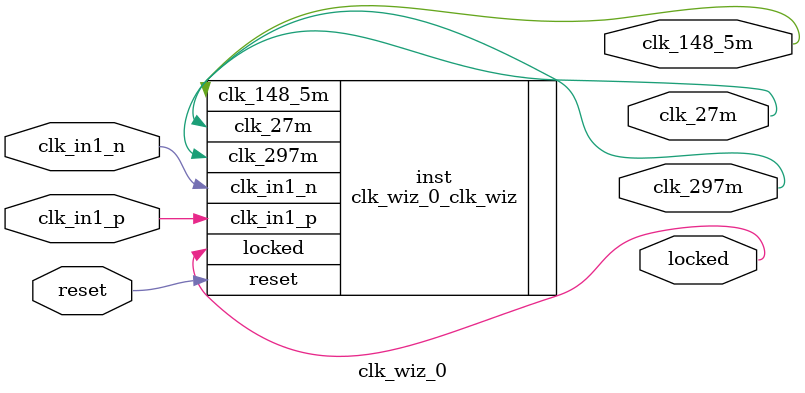
<source format=v>


`timescale 1ps/1ps

(* CORE_GENERATION_INFO = "clk_wiz_0,clk_wiz_v6_0_13_0_0,{component_name=clk_wiz_0,use_phase_alignment=false,use_min_o_jitter=false,use_max_i_jitter=false,use_dyn_phase_shift=false,use_inclk_switchover=false,use_dyn_reconfig=false,enable_axi=0,feedback_source=FDBK_AUTO,PRIMITIVE=MMCM,num_out_clk=3,clkin1_period=5.000,clkin2_period=10.0,use_power_down=false,use_reset=true,use_locked=true,use_inclk_stopped=false,feedback_type=SINGLE,CLOCK_MGR_TYPE=NA,manual_override=false}" *)

module clk_wiz_0 
 (
  // Clock out ports
  output        clk_27m,
  output        clk_148_5m,
  output        clk_297m,
  // Status and control signals
  input         reset,
  output        locked,
 // Clock in ports
  input         clk_in1_p,
  input         clk_in1_n
 );

  clk_wiz_0_clk_wiz inst
  (
  // Clock out ports  
  .clk_27m(clk_27m),
  .clk_148_5m(clk_148_5m),
  .clk_297m(clk_297m),
  // Status and control signals               
  .reset(reset), 
  .locked(locked),
 // Clock in ports
  .clk_in1_p(clk_in1_p),
  .clk_in1_n(clk_in1_n)
  );

endmodule

</source>
